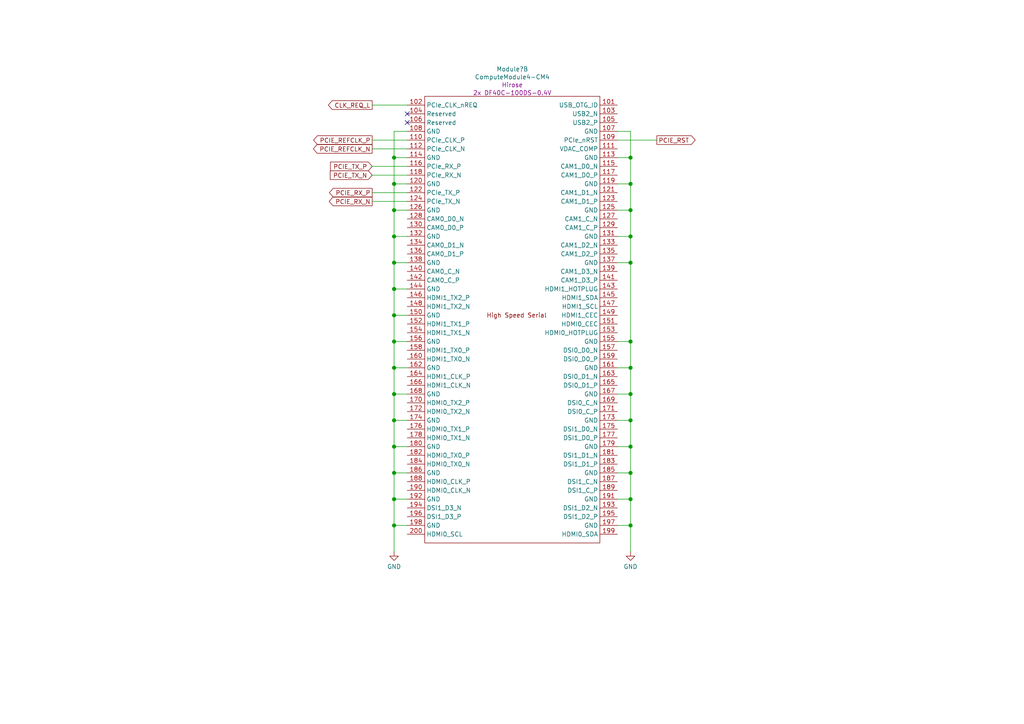
<source format=kicad_sch>
(kicad_sch (version 20210126) (generator eeschema)
  (paper "A4")
  (lib_symbols
    (symbol "CM4IO:ComputeModule4-CM4"
      (property "Reference" "Module" (at 113.03 -68.58 0))
      (property "Value" "ComputeModule4-CM4" (at 140.97 2.54 0))
      (property "Field4" "Hirose" (at 0 0 0))
      (property "Field5" "2x DF40C-100DS-0.4V" (at 0 -2.54 0))
      (symbol "ComputeModule4-CM4_1_0"
        (text "GPIO" (at 0 6.35 0) (effects (font (size 1.27 1.27))))
      )
      (symbol "ComputeModule4-CM4_1_1"
        (text "600mA Max" (at -8.89 -53.34 0) (effects (font (size 1.27 1.27))))
        (text "600mA Max" (at -8.89 -48.26 0) (effects (font (size 1.27 1.27))))
        (text "NB SD signals are only available" (at -1.27 -27.94 0) (effects (font (size 1.27 1.27))))
        (text "on modules without eMMC" (at -1.27 -30.48 0) (effects (font (size 1.27 1.27))))
        (rectangle (start -30.48 -71.12) (end 25.4 58.42))
        (pin power_in line (at 27.94 55.88 180) (length 2.54) (name "GND") (number "1"))
        (pin passive line (at -33.02 45.72 0) (length 2.54) (name "Ethernet_Pair0_N") (number "10"))
        (pin output line (at -33.02 -68.58 0) (length 2.54) (name "nEXTRST") (number "100"))
        (pin passive line (at 27.94 43.18 180) (length 2.54) (name "Ethernet_Pair2_P") (number "11"))
        (pin passive line (at -33.02 43.18 0) (length 2.54) (name "Ethernet_Pair0_P") (number "12"))
        (pin power_in line (at 27.94 40.64 180) (length 2.54) (name "GND") (number "13"))
        (pin power_in line (at -33.02 40.64 0) (length 2.54) (name "GND") (number "14"))
        (pin output line (at 27.94 38.1 180) (length 2.54) (name "Ethernet_nLED3(3.3v)") (number "15"))
        (pin input line (at -33.02 38.1 0) (length 2.54) (name "Ethernet_SYNC_IN(1.8v)") (number "16"))
        (pin output line (at 27.94 35.56 180) (length 2.54) (name "Ethernet_nLED2(3.3v)") (number "17"))
        (pin input line (at -33.02 35.56 0) (length 2.54) (name "Ethernet_SYNC_OUT(1.8v)") (number "18"))
        (pin output line (at 27.94 33.02 180) (length 2.54) (name "Ethernet_nLED1(3.3v)") (number "19"))
        (pin power_in line (at -33.02 55.88 0) (length 2.54) (name "GND") (number "2"))
        (pin passive line (at -33.02 33.02 0) (length 2.54) (name "EEPROM_nWP") (number "20"))
        (pin open_collector line (at 27.94 30.48 180) (length 2.54) (name "PI_nLED_Activity") (number "21"))
        (pin power_in line (at -33.02 30.48 0) (length 2.54) (name "GND") (number "22"))
        (pin power_in line (at 27.94 27.94 180) (length 2.54) (name "GND") (number "23"))
        (pin passive line (at -33.02 27.94 0) (length 2.54) (name "GPIO26") (number "24"))
        (pin passive line (at 27.94 25.4 180) (length 2.54) (name "GPIO21") (number "25"))
        (pin passive line (at -33.02 25.4 0) (length 2.54) (name "GPIO19") (number "26"))
        (pin passive line (at 27.94 22.86 180) (length 2.54) (name "GPIO20") (number "27"))
        (pin passive line (at -33.02 22.86 0) (length 2.54) (name "GPIO13") (number "28"))
        (pin passive line (at 27.94 20.32 180) (length 2.54) (name "GPIO16") (number "29"))
        (pin passive line (at 27.94 53.34 180) (length 2.54) (name "Ethernet_Pair3_P") (number "3"))
        (pin passive line (at -33.02 20.32 0) (length 2.54) (name "GPIO6") (number "30"))
        (pin passive line (at 27.94 17.78 180) (length 2.54) (name "GPIO12") (number "31"))
        (pin power_in line (at -33.02 17.78 0) (length 2.54) (name "GND") (number "32"))
        (pin power_in line (at 27.94 15.24 180) (length 2.54) (name "GND") (number "33"))
        (pin passive line (at -33.02 15.24 0) (length 2.54) (name "GPIO5") (number "34"))
        (pin passive line (at 27.94 12.7 180) (length 2.54) (name "ID_SC") (number "35"))
        (pin passive line (at -33.02 12.7 0) (length 2.54) (name "ID_SD") (number "36"))
        (pin passive line (at 27.94 10.16 180) (length 2.54) (name "GPIO7") (number "37"))
        (pin passive line (at -33.02 10.16 0) (length 2.54) (name "GPIO11") (number "38"))
        (pin passive line (at 27.94 7.62 180) (length 2.54) (name "GPIO8") (number "39"))
        (pin passive line (at -33.02 53.34 0) (length 2.54) (name "Ethernet_Pair1_P") (number "4"))
        (pin passive line (at -33.02 7.62 0) (length 2.54) (name "GPIO9") (number "40"))
        (pin passive line (at 27.94 5.08 180) (length 2.54) (name "GPIO25") (number "41"))
        (pin power_in line (at -33.02 5.08 0) (length 2.54) (name "GND") (number "42"))
        (pin power_in line (at 27.94 2.54 180) (length 2.54) (name "GND") (number "43"))
        (pin passive line (at -33.02 2.54 0) (length 2.54) (name "GPIO10") (number "44"))
        (pin passive line (at 27.94 0 180) (length 2.54) (name "GPIO24") (number "45"))
        (pin passive line (at -33.02 0 0) (length 2.54) (name "GPIO22") (number "46"))
        (pin passive line (at 27.94 -2.54 180) (length 2.54) (name "GPIO23") (number "47"))
        (pin passive line (at -33.02 -2.54 0) (length 2.54) (name "GPIO27") (number "48"))
        (pin passive line (at 27.94 -5.08 180) (length 2.54) (name "GPIO18") (number "49"))
        (pin passive line (at 27.94 50.8 180) (length 2.54) (name "Ethernet_Pair3_N") (number "5"))
        (pin passive line (at -33.02 -5.08 0) (length 2.54) (name "GPIO17") (number "50"))
        (pin passive line (at 27.94 -7.62 180) (length 2.54) (name "GPIO15") (number "51"))
        (pin power_in line (at -33.02 -7.62 0) (length 2.54) (name "GND") (number "52"))
        (pin power_in line (at 27.94 -10.16 180) (length 2.54) (name "GND") (number "53"))
        (pin passive line (at -33.02 -10.16 0) (length 2.54) (name "GPIO4") (number "54"))
        (pin passive line (at 27.94 -12.7 180) (length 2.54) (name "GPIO14") (number "55"))
        (pin passive line (at -33.02 -12.7 0) (length 2.54) (name "GPIO3") (number "56"))
        (pin passive line (at 27.94 -15.24 180) (length 2.54) (name "SD_CLK") (number "57"))
        (pin passive line (at -33.02 -15.24 0) (length 2.54) (name "GPIO2") (number "58"))
        (pin power_in line (at 27.94 -17.78 180) (length 2.54) (name "GND") (number "59"))
        (pin passive line (at -33.02 50.8 0) (length 2.54) (name "Ethernet_Pair1_N") (number "6"))
        (pin power_in line (at -33.02 -17.78 0) (length 2.54) (name "GND") (number "60"))
        (pin passive line (at 27.94 -20.32 180) (length 2.54) (name "SD_DAT3") (number "61"))
        (pin passive line (at -33.02 -20.32 0) (length 2.54) (name "SD_CMD") (number "62"))
        (pin passive line (at 27.94 -22.86 180) (length 2.54) (name "SD_DAT0") (number "63"))
        (pin passive line (at -33.02 -22.86 0) (length 2.54) (name "SD_DAT5") (number "64"))
        (pin power_in line (at 27.94 -25.4 180) (length 2.54) (name "GND") (number "65"))
        (pin power_in line (at -33.02 -25.4 0) (length 2.54) (name "GND") (number "66"))
        (pin passive line (at 27.94 -27.94 180) (length 2.54) (name "SD_DAT1") (number "67"))
        (pin passive line (at -33.02 -27.94 0) (length 2.54) (name "SD_DAT4") (number "68"))
        (pin passive line (at 27.94 -30.48 180) (length 2.54) (name "SD_DAT2") (number "69"))
        (pin power_in line (at 27.94 48.26 180) (length 2.54) (name "GND") (number "7"))
        (pin passive line (at -33.02 -30.48 0) (length 2.54) (name "SD_DAT7") (number "70"))
        (pin power_in line (at 27.94 -33.02 180) (length 2.54) (name "GND") (number "71"))
        (pin passive line (at -33.02 -33.02 0) (length 2.54) (name "SD_DAT6") (number "72"))
        (pin input line (at 27.94 -35.56 180) (length 2.54) (name "SD_VDD_Override") (number "73"))
        (pin power_in line (at -33.02 -35.56 0) (length 2.54) (name "GND") (number "74"))
        (pin output line (at 27.94 -38.1 180) (length 2.54) (name "SD_PWR_ON") (number "75"))
        (pin passive line (at -33.02 -38.1 0) (length 2.54) (name "Reserved") (number "76"))
        (pin power_in line (at 27.94 -40.64 180) (length 2.54) (name "+5v_(Input)") (number "77"))
        (pin power_in line (at -33.02 -40.64 0) (length 2.54) (name "GPIO_VREF(1.8v/3.3v_Input)") (number "78"))
        (pin power_in line (at 27.94 -43.18 180) (length 2.54) (name "+5v_(Input)") (number "79"))
        (pin power_in line (at -33.02 48.26 0) (length 2.54) (name "GND") (number "8"))
        (pin passive line (at -33.02 -43.18 0) (length 2.54) (name "SCL0") (number "80"))
        (pin power_in line (at 27.94 -45.72 180) (length 2.54) (name "+5v_(Input)") (number "81"))
        (pin passive line (at -33.02 -45.72 0) (length 2.54) (name "SDA0") (number "82"))
        (pin power_in line (at 27.94 -48.26 180) (length 2.54) (name "+5v_(Input)") (number "83"))
        (pin power_out line (at -33.02 -48.26 0) (length 2.54) (name "+3.3v_(Output)") (number "84"))
        (pin power_in line (at 27.94 -50.8 180) (length 2.54) (name "+5v_(Input)") (number "85"))
        (pin power_out line (at -33.02 -50.8 0) (length 2.54) (name "+3.3v_(Output)") (number "86"))
        (pin power_in line (at 27.94 -53.34 180) (length 2.54) (name "+5v_(Input)") (number "87"))
        (pin power_out line (at -33.02 -53.34 0) (length 2.54) (name "+1.8v_(Output)") (number "88"))
        (pin power_in line (at 27.94 -55.88 180) (length 2.54) (name "WiFi_nDisable") (number "89"))
        (pin passive line (at 27.94 45.72 180) (length 2.54) (name "Ethernet_Pair2_N") (number "9"))
        (pin power_out line (at -33.02 -55.88 0) (length 2.54) (name "+1.8v_(Output)") (number "90"))
        (pin power_in line (at 27.94 -58.42 180) (length 2.54) (name "BT_nDisable") (number "91"))
        (pin passive line (at -33.02 -58.42 0) (length 2.54) (name "RUN_PG") (number "92"))
        (pin input line (at 27.94 -60.96 180) (length 2.54) (name "nRPIBOOT") (number "93"))
        (pin passive line (at -33.02 -60.96 0) (length 2.54) (name "AnalogIP1") (number "94"))
        (pin output line (at 27.94 -63.5 180) (length 2.54) (name "nPI_LED_PWR") (number "95"))
        (pin passive line (at -33.02 -63.5 0) (length 2.54) (name "AnalogIP0") (number "96"))
        (pin passive line (at 27.94 -66.04 180) (length 2.54) (name "Camera_GPIO") (number "97"))
        (pin power_in line (at -33.02 -66.04 0) (length 2.54) (name "GND") (number "98"))
        (pin input line (at 27.94 -68.58 180) (length 2.54) (name "Global_EN") (number "99"))
      )
      (symbol "ComputeModule4-CM4_2_1"
        (text "High Speed Serial" (at 140.97 0 0) (effects (font (size 1.27 1.27))))
        (rectangle (start 114.3 -66.04) (end 165.1 63.5))
        (pin input line (at 170.18 60.96 180) (length 5.08) (name "USB_OTG_ID") (number "101"))
        (pin input line (at 109.22 60.96 0) (length 5.08) (name "PCIe_CLK_nREQ") (number "102"))
        (pin passive line (at 170.18 58.42 180) (length 5.08) (name "USB2_N") (number "103"))
        (pin passive line (at 109.22 58.42 0) (length 5.08) (name "Reserved") (number "104"))
        (pin passive line (at 170.18 55.88 180) (length 5.08) (name "USB2_P") (number "105"))
        (pin passive line (at 109.22 55.88 0) (length 5.08) (name "Reserved") (number "106"))
        (pin power_in line (at 170.18 53.34 180) (length 5.08) (name "GND") (number "107"))
        (pin power_in line (at 109.22 53.34 0) (length 5.08) (name "GND") (number "108"))
        (pin bidirectional line (at 170.18 50.8 180) (length 5.08) (name "PCIe_nRST") (number "109"))
        (pin output line (at 109.22 50.8 0) (length 5.08) (name "PCIe_CLK_P") (number "110"))
        (pin passive line (at 170.18 48.26 180) (length 5.08) (name "VDAC_COMP") (number "111"))
        (pin output line (at 109.22 48.26 0) (length 5.08) (name "PCIe_CLK_N") (number "112"))
        (pin power_in line (at 170.18 45.72 180) (length 5.08) (name "GND") (number "113"))
        (pin power_in line (at 109.22 45.72 0) (length 5.08) (name "GND") (number "114"))
        (pin input line (at 170.18 43.18 180) (length 5.08) (name "CAM1_D0_N") (number "115"))
        (pin input line (at 109.22 43.18 0) (length 5.08) (name "PCIe_RX_P") (number "116"))
        (pin input line (at 170.18 40.64 180) (length 5.08) (name "CAM1_D0_P") (number "117"))
        (pin input line (at 109.22 40.64 0) (length 5.08) (name "PCIe_RX_N") (number "118"))
        (pin power_in line (at 170.18 38.1 180) (length 5.08) (name "GND") (number "119"))
        (pin power_in line (at 109.22 38.1 0) (length 5.08) (name "GND") (number "120"))
        (pin input line (at 170.18 35.56 180) (length 5.08) (name "CAM1_D1_N") (number "121"))
        (pin output line (at 109.22 35.56 0) (length 5.08) (name "PCIe_TX_P") (number "122"))
        (pin input line (at 170.18 33.02 180) (length 5.08) (name "CAM1_D1_P") (number "123"))
        (pin output line (at 109.22 33.02 0) (length 5.08) (name "PCIe_TX_N") (number "124"))
        (pin power_in line (at 170.18 30.48 180) (length 5.08) (name "GND") (number "125"))
        (pin power_in line (at 109.22 30.48 0) (length 5.08) (name "GND") (number "126"))
        (pin input line (at 170.18 27.94 180) (length 5.08) (name "CAM1_C_N") (number "127"))
        (pin input line (at 109.22 27.94 0) (length 5.08) (name "CAM0_D0_N") (number "128"))
        (pin input line (at 170.18 25.4 180) (length 5.08) (name "CAM1_C_P") (number "129"))
        (pin input line (at 109.22 25.4 0) (length 5.08) (name "CAM0_D0_P") (number "130"))
        (pin power_in line (at 170.18 22.86 180) (length 5.08) (name "GND") (number "131"))
        (pin power_in line (at 109.22 22.86 0) (length 5.08) (name "GND") (number "132"))
        (pin input line (at 170.18 20.32 180) (length 5.08) (name "CAM1_D2_N") (number "133"))
        (pin input line (at 109.22 20.32 0) (length 5.08) (name "CAM0_D1_N") (number "134"))
        (pin input line (at 170.18 17.78 180) (length 5.08) (name "CAM1_D2_P") (number "135"))
        (pin input line (at 109.22 17.78 0) (length 5.08) (name "CAM0_D1_P") (number "136"))
        (pin power_in line (at 170.18 15.24 180) (length 5.08) (name "GND") (number "137"))
        (pin power_in line (at 109.22 15.24 0) (length 5.08) (name "GND") (number "138"))
        (pin input line (at 170.18 12.7 180) (length 5.08) (name "CAM1_D3_N") (number "139"))
        (pin input line (at 109.22 12.7 0) (length 5.08) (name "CAM0_C_N") (number "140"))
        (pin input line (at 170.18 10.16 180) (length 5.08) (name "CAM1_D3_P") (number "141"))
        (pin input line (at 109.22 10.16 0) (length 5.08) (name "CAM0_C_P") (number "142"))
        (pin input line (at 170.18 7.62 180) (length 5.08) (name "HDMI1_HOTPLUG") (number "143"))
        (pin power_in line (at 109.22 7.62 0) (length 5.08) (name "GND") (number "144"))
        (pin bidirectional line (at 170.18 5.08 180) (length 5.08) (name "HDMI1_SDA") (number "145"))
        (pin output line (at 109.22 5.08 0) (length 5.08) (name "HDMI1_TX2_P") (number "146"))
        (pin open_collector line (at 170.18 2.54 180) (length 5.08) (name "HDMI1_SCL") (number "147"))
        (pin output line (at 109.22 2.54 0) (length 5.08) (name "HDMI1_TX2_N") (number "148"))
        (pin open_collector line (at 170.18 0 180) (length 5.08) (name "HDMI1_CEC") (number "149"))
        (pin power_in line (at 109.22 0 0) (length 5.08) (name "GND") (number "150"))
        (pin open_collector line (at 170.18 -2.54 180) (length 5.08) (name "HDMI0_CEC") (number "151"))
        (pin output line (at 109.22 -2.54 0) (length 5.08) (name "HDMI1_TX1_P") (number "152"))
        (pin input line (at 170.18 -5.08 180) (length 5.08) (name "HDMI0_HOTPLUG") (number "153"))
        (pin output line (at 109.22 -5.08 0) (length 5.08) (name "HDMI1_TX1_N") (number "154"))
        (pin power_in line (at 170.18 -7.62 180) (length 5.08) (name "GND") (number "155"))
        (pin power_in line (at 109.22 -7.62 0) (length 5.08) (name "GND") (number "156"))
        (pin output line (at 170.18 -10.16 180) (length 5.08) (name "DSI0_D0_N") (number "157"))
        (pin output line (at 109.22 -10.16 0) (length 5.08) (name "HDMI1_TX0_P") (number "158"))
        (pin output line (at 170.18 -12.7 180) (length 5.08) (name "DSI0_D0_P") (number "159"))
        (pin output line (at 109.22 -12.7 0) (length 5.08) (name "HDMI1_TX0_N") (number "160"))
        (pin power_in line (at 170.18 -15.24 180) (length 5.08) (name "GND") (number "161"))
        (pin power_in line (at 109.22 -15.24 0) (length 5.08) (name "GND") (number "162"))
        (pin output line (at 170.18 -17.78 180) (length 5.08) (name "DSI0_D1_N") (number "163"))
        (pin output line (at 109.22 -17.78 0) (length 5.08) (name "HDMI1_CLK_P") (number "164"))
        (pin output line (at 170.18 -20.32 180) (length 5.08) (name "DSI0_D1_P") (number "165"))
        (pin output line (at 109.22 -20.32 0) (length 5.08) (name "HDMI1_CLK_N") (number "166"))
        (pin power_in line (at 170.18 -22.86 180) (length 5.08) (name "GND") (number "167"))
        (pin power_in line (at 109.22 -22.86 0) (length 5.08) (name "GND") (number "168"))
        (pin output line (at 170.18 -25.4 180) (length 5.08) (name "DSI0_C_N") (number "169"))
        (pin output line (at 109.22 -25.4 0) (length 5.08) (name "HDMI0_TX2_P") (number "170"))
        (pin output line (at 170.18 -27.94 180) (length 5.08) (name "DSI0_C_P") (number "171"))
        (pin output line (at 109.22 -27.94 0) (length 5.08) (name "HDMI0_TX2_N") (number "172"))
        (pin power_in line (at 170.18 -30.48 180) (length 5.08) (name "GND") (number "173"))
        (pin power_in line (at 109.22 -30.48 0) (length 5.08) (name "GND") (number "174"))
        (pin output line (at 170.18 -33.02 180) (length 5.08) (name "DSI1_D0_N") (number "175"))
        (pin output line (at 109.22 -33.02 0) (length 5.08) (name "HDMI0_TX1_P") (number "176"))
        (pin output line (at 170.18 -35.56 180) (length 5.08) (name "DSI1_D0_P") (number "177"))
        (pin output line (at 109.22 -35.56 0) (length 5.08) (name "HDMI0_TX1_N") (number "178"))
        (pin power_in line (at 170.18 -38.1 180) (length 5.08) (name "GND") (number "179"))
        (pin power_in line (at 109.22 -38.1 0) (length 5.08) (name "GND") (number "180"))
        (pin output line (at 170.18 -40.64 180) (length 5.08) (name "DSI1_D1_N") (number "181"))
        (pin output line (at 109.22 -40.64 0) (length 5.08) (name "HDMI0_TX0_P") (number "182"))
        (pin output line (at 170.18 -43.18 180) (length 5.08) (name "DSI1_D1_P") (number "183"))
        (pin output line (at 109.22 -43.18 0) (length 5.08) (name "HDMI0_TX0_N") (number "184"))
        (pin power_in line (at 170.18 -45.72 180) (length 5.08) (name "GND") (number "185"))
        (pin power_in line (at 109.22 -45.72 0) (length 5.08) (name "GND") (number "186"))
        (pin output line (at 170.18 -48.26 180) (length 5.08) (name "DSI1_C_N") (number "187"))
        (pin output line (at 109.22 -48.26 0) (length 5.08) (name "HDMI0_CLK_P") (number "188"))
        (pin output line (at 170.18 -50.8 180) (length 5.08) (name "DSI1_C_P") (number "189"))
        (pin output line (at 109.22 -50.8 0) (length 5.08) (name "HDMI0_CLK_N") (number "190"))
        (pin power_in line (at 170.18 -53.34 180) (length 5.08) (name "GND") (number "191"))
        (pin power_in line (at 109.22 -53.34 0) (length 5.08) (name "GND") (number "192"))
        (pin output line (at 170.18 -55.88 180) (length 5.08) (name "DSI1_D2_N") (number "193"))
        (pin output line (at 109.22 -55.88 0) (length 5.08) (name "DSI1_D3_N") (number "194"))
        (pin output line (at 170.18 -58.42 180) (length 5.08) (name "DSI1_D2_P") (number "195"))
        (pin output line (at 109.22 -58.42 0) (length 5.08) (name "DSI1_D3_P") (number "196"))
        (pin power_in line (at 170.18 -60.96 180) (length 5.08) (name "GND") (number "197"))
        (pin power_in line (at 109.22 -60.96 0) (length 5.08) (name "GND") (number "198"))
        (pin bidirectional line (at 170.18 -63.5 180) (length 5.08) (name "HDMI0_SDA") (number "199"))
        (pin open_collector line (at 109.22 -63.5 0) (length 5.08) (name "HDMI0_SCL") (number "200"))
      )
    )
    (symbol "power:GND" (power) (pin_names (offset 0))
      (property "Value" "GND" (at 0 -3.81 0))
      (symbol "GND_0_1"
        (polyline (pts (xy 0 0) (xy 0 -1.27) (xy 1.27 -1.27) (xy 0 -2.54) (xy -1.27 -1.27) (xy 0 -1.27)))
      )
      (symbol "GND_1_1"
        (pin power_in line (at 0 0 270) (length 0) hide (name "GND") (number "1"))
      )
    )
  )
  (junction (at 114.3 45.72) (diameter 1.016))
  (junction (at 114.3 53.34) (diameter 1.016))
  (junction (at 114.3 60.96) (diameter 1.016))
  (junction (at 114.3 68.58) (diameter 1.016))
  (junction (at 114.3 76.2) (diameter 1.016))
  (junction (at 114.3 83.82) (diameter 1.016))
  (junction (at 114.3 91.44) (diameter 1.016))
  (junction (at 114.3 99.06) (diameter 1.016))
  (junction (at 114.3 106.68) (diameter 1.016))
  (junction (at 114.3 114.3) (diameter 1.016))
  (junction (at 114.3 121.92) (diameter 1.016))
  (junction (at 114.3 129.54) (diameter 1.016))
  (junction (at 114.3 137.16) (diameter 1.016))
  (junction (at 114.3 144.78) (diameter 1.016))
  (junction (at 114.3 152.4) (diameter 1.016))
  (junction (at 182.88 45.72) (diameter 1.016))
  (junction (at 182.88 53.34) (diameter 1.016))
  (junction (at 182.88 60.96) (diameter 1.016))
  (junction (at 182.88 68.58) (diameter 1.016))
  (junction (at 182.88 76.2) (diameter 1.016))
  (junction (at 182.88 99.06) (diameter 1.016))
  (junction (at 182.88 106.68) (diameter 1.016))
  (junction (at 182.88 114.3) (diameter 1.016))
  (junction (at 182.88 121.92) (diameter 1.016))
  (junction (at 182.88 129.54) (diameter 1.016))
  (junction (at 182.88 137.16) (diameter 1.016))
  (junction (at 182.88 144.78) (diameter 1.016))
  (junction (at 182.88 152.4) (diameter 1.016))
  (no_connect (at 118.11 33.02))
  (no_connect (at 118.11 35.56))
  (wire (pts (xy 107.95 30.48) (xy 118.11 30.48)))
  (wire (pts (xy 107.95 40.64) (xy 118.11 40.64)))
  (wire (pts (xy 107.95 43.18) (xy 118.11 43.18)))
  (wire (pts (xy 107.95 48.26) (xy 118.11 48.26)))
  (wire (pts (xy 107.95 50.8) (xy 118.11 50.8)))
  (wire (pts (xy 107.95 55.88) (xy 118.11 55.88)))
  (wire (pts (xy 107.95 58.42) (xy 118.11 58.42)))
  (wire (pts (xy 114.3 38.1) (xy 114.3 45.72)))
  (wire (pts (xy 114.3 45.72) (xy 114.3 53.34)))
  (wire (pts (xy 114.3 45.72) (xy 118.11 45.72)))
  (wire (pts (xy 114.3 53.34) (xy 114.3 60.96)))
  (wire (pts (xy 114.3 53.34) (xy 118.11 53.34)))
  (wire (pts (xy 114.3 60.96) (xy 114.3 68.58)))
  (wire (pts (xy 114.3 60.96) (xy 118.11 60.96)))
  (wire (pts (xy 114.3 68.58) (xy 114.3 76.2)))
  (wire (pts (xy 114.3 68.58) (xy 118.11 68.58)))
  (wire (pts (xy 114.3 76.2) (xy 114.3 83.82)))
  (wire (pts (xy 114.3 76.2) (xy 118.11 76.2)))
  (wire (pts (xy 114.3 83.82) (xy 114.3 91.44)))
  (wire (pts (xy 114.3 83.82) (xy 118.11 83.82)))
  (wire (pts (xy 114.3 91.44) (xy 114.3 99.06)))
  (wire (pts (xy 114.3 91.44) (xy 118.11 91.44)))
  (wire (pts (xy 114.3 99.06) (xy 114.3 106.68)))
  (wire (pts (xy 114.3 99.06) (xy 118.11 99.06)))
  (wire (pts (xy 114.3 106.68) (xy 114.3 114.3)))
  (wire (pts (xy 114.3 106.68) (xy 118.11 106.68)))
  (wire (pts (xy 114.3 114.3) (xy 114.3 121.92)))
  (wire (pts (xy 114.3 114.3) (xy 118.11 114.3)))
  (wire (pts (xy 114.3 121.92) (xy 114.3 129.54)))
  (wire (pts (xy 114.3 121.92) (xy 118.11 121.92)))
  (wire (pts (xy 114.3 129.54) (xy 114.3 137.16)))
  (wire (pts (xy 114.3 129.54) (xy 118.11 129.54)))
  (wire (pts (xy 114.3 137.16) (xy 114.3 144.78)))
  (wire (pts (xy 114.3 137.16) (xy 118.11 137.16)))
  (wire (pts (xy 114.3 144.78) (xy 114.3 152.4)))
  (wire (pts (xy 114.3 144.78) (xy 118.11 144.78)))
  (wire (pts (xy 114.3 152.4) (xy 114.3 160.02)))
  (wire (pts (xy 114.3 152.4) (xy 118.11 152.4)))
  (wire (pts (xy 118.11 38.1) (xy 114.3 38.1)))
  (wire (pts (xy 179.07 38.1) (xy 182.88 38.1)))
  (wire (pts (xy 179.07 40.64) (xy 190.5 40.64)))
  (wire (pts (xy 179.07 45.72) (xy 182.88 45.72)))
  (wire (pts (xy 179.07 53.34) (xy 182.88 53.34)))
  (wire (pts (xy 179.07 60.96) (xy 182.88 60.96)))
  (wire (pts (xy 179.07 68.58) (xy 182.88 68.58)))
  (wire (pts (xy 179.07 76.2) (xy 182.88 76.2)))
  (wire (pts (xy 179.07 99.06) (xy 182.88 99.06)))
  (wire (pts (xy 179.07 106.68) (xy 182.88 106.68)))
  (wire (pts (xy 179.07 114.3) (xy 182.88 114.3)))
  (wire (pts (xy 179.07 121.92) (xy 182.88 121.92)))
  (wire (pts (xy 179.07 129.54) (xy 182.88 129.54)))
  (wire (pts (xy 179.07 137.16) (xy 182.88 137.16)))
  (wire (pts (xy 179.07 144.78) (xy 182.88 144.78)))
  (wire (pts (xy 179.07 152.4) (xy 182.88 152.4)))
  (wire (pts (xy 182.88 38.1) (xy 182.88 45.72)))
  (wire (pts (xy 182.88 45.72) (xy 182.88 53.34)))
  (wire (pts (xy 182.88 53.34) (xy 182.88 60.96)))
  (wire (pts (xy 182.88 60.96) (xy 182.88 68.58)))
  (wire (pts (xy 182.88 68.58) (xy 182.88 76.2)))
  (wire (pts (xy 182.88 76.2) (xy 182.88 99.06)))
  (wire (pts (xy 182.88 99.06) (xy 182.88 106.68)))
  (wire (pts (xy 182.88 106.68) (xy 182.88 114.3)))
  (wire (pts (xy 182.88 114.3) (xy 182.88 121.92)))
  (wire (pts (xy 182.88 121.92) (xy 182.88 129.54)))
  (wire (pts (xy 182.88 129.54) (xy 182.88 137.16)))
  (wire (pts (xy 182.88 137.16) (xy 182.88 144.78)))
  (wire (pts (xy 182.88 144.78) (xy 182.88 152.4)))
  (wire (pts (xy 182.88 152.4) (xy 182.88 160.02)))
  (global_label "CLK_REQ_L" (shape output) (at 107.95 30.48 180) (property "Intersheet References" "${INTERSHEET_REFS}" (effects hide)))
  (global_label "PCIE_REFCLK_P" (shape output) (at 107.95 40.64 180) (property "Intersheet References" "${INTERSHEET_REFS}" (effects hide)))
  (global_label "PCIE_REFCLK_N" (shape output) (at 107.95 43.18 180) (property "Intersheet References" "${INTERSHEET_REFS}" (effects hide)))
  (global_label "PCIE_TX_P" (shape input) (at 107.95 48.26 180) (property "Intersheet References" "${INTERSHEET_REFS}" (effects hide)))
  (global_label "PCIE_TX_N" (shape input) (at 107.95 50.8 180) (property "Intersheet References" "${INTERSHEET_REFS}" (effects hide)))
  (global_label "PCIE_RX_P" (shape output) (at 107.95 55.88 180) (property "Intersheet References" "${INTERSHEET_REFS}" (effects hide)))
  (global_label "PCIE_RX_N" (shape output) (at 107.95 58.42 180) (property "Intersheet References" "${INTERSHEET_REFS}" (effects hide)))
  (global_label "PCIE_RST" (shape output) (at 190.5 40.64 0) (property "Intersheet References" "${INTERSHEET_REFS}" (effects hide)))
  (symbol (lib_id "power:GND") (at 114.3 160.02 0) (unit 1)
    (property "Reference" "#PWR?" (effects hide))
    (property "Value" "GND" (at 114.3 164.3444 0))
  )
  (symbol (lib_id "power:GND") (at 182.88 160.02 0) (unit 1)
    (property "Reference" "#PWR?" (effects hide))
    (property "Value" "GND" (at 182.88 164.3444 0))
  )
  (symbol (lib_id "CM4IO:ComputeModule4-CM4") (at 8.89 91.44 0) (unit 2)
    (property "Reference" "Module?" (at 148.59 20.0364 0))
    (property "Value" "ComputeModule4-CM4" (at 148.59 22.3351 0))
    (property "Footprint" "CM4IO:Raspberry-Pi-4-Compute-Module" (effects hide))
    (property "Field4" "Hirose" (at 148.59 24.6338 0))
    (property "Field5" "2x DF40C-100DS-0.4V" (at 148.59 26.9325 0))
  )
)
</source>
